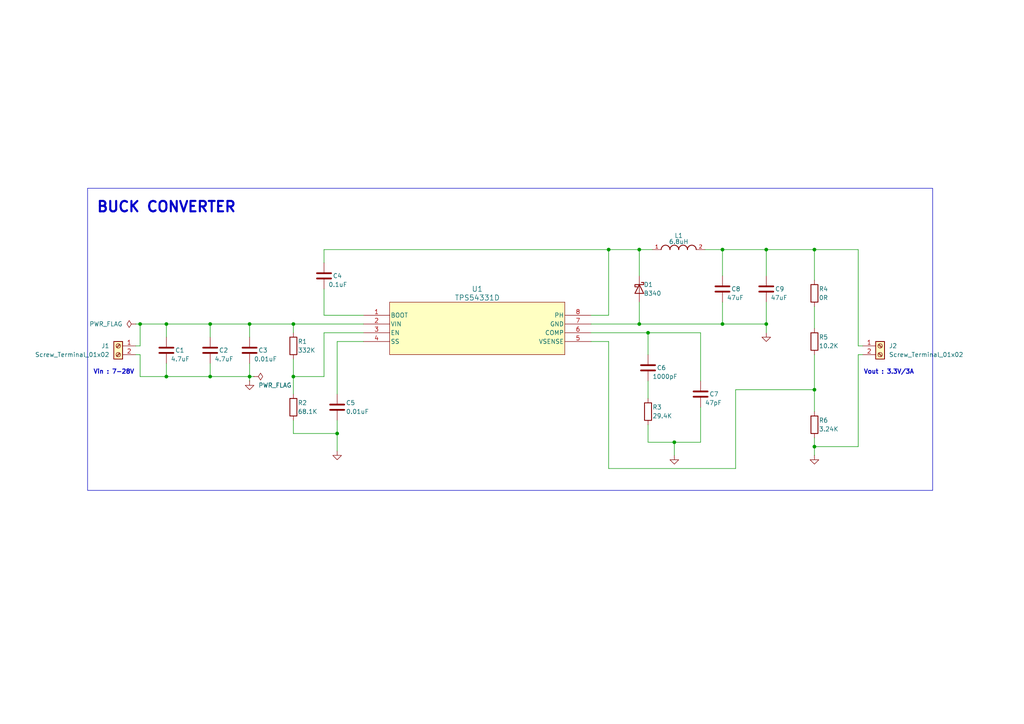
<source format=kicad_sch>
(kicad_sch
	(version 20250114)
	(generator "eeschema")
	(generator_version "9.0")
	(uuid "f1168c96-885c-4078-8c4b-8faef414cd10")
	(paper "A4")
	(lib_symbols
		(symbol "Connector:Screw_Terminal_01x02"
			(pin_names
				(offset 1.016)
				(hide yes)
			)
			(exclude_from_sim no)
			(in_bom yes)
			(on_board yes)
			(property "Reference" "J"
				(at 0 2.54 0)
				(effects
					(font
						(size 1.27 1.27)
					)
				)
			)
			(property "Value" "Screw_Terminal_01x02"
				(at 0 -5.08 0)
				(effects
					(font
						(size 1.27 1.27)
					)
				)
			)
			(property "Footprint" ""
				(at 0 0 0)
				(effects
					(font
						(size 1.27 1.27)
					)
					(hide yes)
				)
			)
			(property "Datasheet" "~"
				(at 0 0 0)
				(effects
					(font
						(size 1.27 1.27)
					)
					(hide yes)
				)
			)
			(property "Description" "Generic screw terminal, single row, 01x02, script generated (kicad-library-utils/schlib/autogen/connector/)"
				(at 0 0 0)
				(effects
					(font
						(size 1.27 1.27)
					)
					(hide yes)
				)
			)
			(property "ki_keywords" "screw terminal"
				(at 0 0 0)
				(effects
					(font
						(size 1.27 1.27)
					)
					(hide yes)
				)
			)
			(property "ki_fp_filters" "TerminalBlock*:*"
				(at 0 0 0)
				(effects
					(font
						(size 1.27 1.27)
					)
					(hide yes)
				)
			)
			(symbol "Screw_Terminal_01x02_1_1"
				(rectangle
					(start -1.27 1.27)
					(end 1.27 -3.81)
					(stroke
						(width 0.254)
						(type default)
					)
					(fill
						(type background)
					)
				)
				(polyline
					(pts
						(xy -0.5334 0.3302) (xy 0.3302 -0.508)
					)
					(stroke
						(width 0.1524)
						(type default)
					)
					(fill
						(type none)
					)
				)
				(polyline
					(pts
						(xy -0.5334 -2.2098) (xy 0.3302 -3.048)
					)
					(stroke
						(width 0.1524)
						(type default)
					)
					(fill
						(type none)
					)
				)
				(polyline
					(pts
						(xy -0.3556 0.508) (xy 0.508 -0.3302)
					)
					(stroke
						(width 0.1524)
						(type default)
					)
					(fill
						(type none)
					)
				)
				(polyline
					(pts
						(xy -0.3556 -2.032) (xy 0.508 -2.8702)
					)
					(stroke
						(width 0.1524)
						(type default)
					)
					(fill
						(type none)
					)
				)
				(circle
					(center 0 0)
					(radius 0.635)
					(stroke
						(width 0.1524)
						(type default)
					)
					(fill
						(type none)
					)
				)
				(circle
					(center 0 -2.54)
					(radius 0.635)
					(stroke
						(width 0.1524)
						(type default)
					)
					(fill
						(type none)
					)
				)
				(pin passive line
					(at -5.08 0 0)
					(length 3.81)
					(name "Pin_1"
						(effects
							(font
								(size 1.27 1.27)
							)
						)
					)
					(number "1"
						(effects
							(font
								(size 1.27 1.27)
							)
						)
					)
				)
				(pin passive line
					(at -5.08 -2.54 0)
					(length 3.81)
					(name "Pin_2"
						(effects
							(font
								(size 1.27 1.27)
							)
						)
					)
					(number "2"
						(effects
							(font
								(size 1.27 1.27)
							)
						)
					)
				)
			)
			(embedded_fonts no)
		)
		(symbol "Device:C"
			(pin_numbers
				(hide yes)
			)
			(pin_names
				(offset 0.254)
			)
			(exclude_from_sim no)
			(in_bom yes)
			(on_board yes)
			(property "Reference" "C"
				(at 0.635 2.54 0)
				(effects
					(font
						(size 1.27 1.27)
					)
					(justify left)
				)
			)
			(property "Value" "C"
				(at 0.635 -2.54 0)
				(effects
					(font
						(size 1.27 1.27)
					)
					(justify left)
				)
			)
			(property "Footprint" ""
				(at 0.9652 -3.81 0)
				(effects
					(font
						(size 1.27 1.27)
					)
					(hide yes)
				)
			)
			(property "Datasheet" "~"
				(at 0 0 0)
				(effects
					(font
						(size 1.27 1.27)
					)
					(hide yes)
				)
			)
			(property "Description" "Unpolarized capacitor"
				(at 0 0 0)
				(effects
					(font
						(size 1.27 1.27)
					)
					(hide yes)
				)
			)
			(property "ki_keywords" "cap capacitor"
				(at 0 0 0)
				(effects
					(font
						(size 1.27 1.27)
					)
					(hide yes)
				)
			)
			(property "ki_fp_filters" "C_*"
				(at 0 0 0)
				(effects
					(font
						(size 1.27 1.27)
					)
					(hide yes)
				)
			)
			(symbol "C_0_1"
				(polyline
					(pts
						(xy -2.032 0.762) (xy 2.032 0.762)
					)
					(stroke
						(width 0.508)
						(type default)
					)
					(fill
						(type none)
					)
				)
				(polyline
					(pts
						(xy -2.032 -0.762) (xy 2.032 -0.762)
					)
					(stroke
						(width 0.508)
						(type default)
					)
					(fill
						(type none)
					)
				)
			)
			(symbol "C_1_1"
				(pin passive line
					(at 0 3.81 270)
					(length 2.794)
					(name "~"
						(effects
							(font
								(size 1.27 1.27)
							)
						)
					)
					(number "1"
						(effects
							(font
								(size 1.27 1.27)
							)
						)
					)
				)
				(pin passive line
					(at 0 -3.81 90)
					(length 2.794)
					(name "~"
						(effects
							(font
								(size 1.27 1.27)
							)
						)
					)
					(number "2"
						(effects
							(font
								(size 1.27 1.27)
							)
						)
					)
				)
			)
			(embedded_fonts no)
		)
		(symbol "Device:R"
			(pin_numbers
				(hide yes)
			)
			(pin_names
				(offset 0)
			)
			(exclude_from_sim no)
			(in_bom yes)
			(on_board yes)
			(property "Reference" "R"
				(at 2.032 0 90)
				(effects
					(font
						(size 1.27 1.27)
					)
				)
			)
			(property "Value" "R"
				(at 0 0 90)
				(effects
					(font
						(size 1.27 1.27)
					)
				)
			)
			(property "Footprint" ""
				(at -1.778 0 90)
				(effects
					(font
						(size 1.27 1.27)
					)
					(hide yes)
				)
			)
			(property "Datasheet" "~"
				(at 0 0 0)
				(effects
					(font
						(size 1.27 1.27)
					)
					(hide yes)
				)
			)
			(property "Description" "Resistor"
				(at 0 0 0)
				(effects
					(font
						(size 1.27 1.27)
					)
					(hide yes)
				)
			)
			(property "ki_keywords" "R res resistor"
				(at 0 0 0)
				(effects
					(font
						(size 1.27 1.27)
					)
					(hide yes)
				)
			)
			(property "ki_fp_filters" "R_*"
				(at 0 0 0)
				(effects
					(font
						(size 1.27 1.27)
					)
					(hide yes)
				)
			)
			(symbol "R_0_1"
				(rectangle
					(start -1.016 -2.54)
					(end 1.016 2.54)
					(stroke
						(width 0.254)
						(type default)
					)
					(fill
						(type none)
					)
				)
			)
			(symbol "R_1_1"
				(pin passive line
					(at 0 3.81 270)
					(length 1.27)
					(name "~"
						(effects
							(font
								(size 1.27 1.27)
							)
						)
					)
					(number "1"
						(effects
							(font
								(size 1.27 1.27)
							)
						)
					)
				)
				(pin passive line
					(at 0 -3.81 90)
					(length 1.27)
					(name "~"
						(effects
							(font
								(size 1.27 1.27)
							)
						)
					)
					(number "2"
						(effects
							(font
								(size 1.27 1.27)
							)
						)
					)
				)
			)
			(embedded_fonts no)
		)
		(symbol "Diode:B340"
			(pin_numbers
				(hide yes)
			)
			(pin_names
				(offset 1.016)
				(hide yes)
			)
			(exclude_from_sim no)
			(in_bom yes)
			(on_board yes)
			(property "Reference" "D"
				(at 0 2.54 0)
				(effects
					(font
						(size 1.27 1.27)
					)
				)
			)
			(property "Value" "B340"
				(at 0 -2.54 0)
				(effects
					(font
						(size 1.27 1.27)
					)
				)
			)
			(property "Footprint" "Diode_SMD:D_SMC"
				(at 0 -4.445 0)
				(effects
					(font
						(size 1.27 1.27)
					)
					(hide yes)
				)
			)
			(property "Datasheet" "http://www.jameco.com/Jameco/Products/ProdDS/1538777.pdf"
				(at 0 0 0)
				(effects
					(font
						(size 1.27 1.27)
					)
					(hide yes)
				)
			)
			(property "Description" "40V 3A Schottky Barrier Rectifier Diode, SMC"
				(at 0 0 0)
				(effects
					(font
						(size 1.27 1.27)
					)
					(hide yes)
				)
			)
			(property "ki_keywords" "diode Schottky"
				(at 0 0 0)
				(effects
					(font
						(size 1.27 1.27)
					)
					(hide yes)
				)
			)
			(property "ki_fp_filters" "D*SMC*"
				(at 0 0 0)
				(effects
					(font
						(size 1.27 1.27)
					)
					(hide yes)
				)
			)
			(symbol "B340_0_1"
				(polyline
					(pts
						(xy -1.905 0.635) (xy -1.905 1.27) (xy -1.27 1.27) (xy -1.27 -1.27) (xy -0.635 -1.27) (xy -0.635 -0.635)
					)
					(stroke
						(width 0.254)
						(type default)
					)
					(fill
						(type none)
					)
				)
				(polyline
					(pts
						(xy 1.27 1.27) (xy 1.27 -1.27) (xy -1.27 0) (xy 1.27 1.27)
					)
					(stroke
						(width 0.254)
						(type default)
					)
					(fill
						(type none)
					)
				)
				(polyline
					(pts
						(xy 1.27 0) (xy -1.27 0)
					)
					(stroke
						(width 0)
						(type default)
					)
					(fill
						(type none)
					)
				)
			)
			(symbol "B340_1_1"
				(pin passive line
					(at -3.81 0 0)
					(length 2.54)
					(name "K"
						(effects
							(font
								(size 1.27 1.27)
							)
						)
					)
					(number "1"
						(effects
							(font
								(size 1.27 1.27)
							)
						)
					)
				)
				(pin passive line
					(at 3.81 0 180)
					(length 2.54)
					(name "A"
						(effects
							(font
								(size 1.27 1.27)
							)
						)
					)
					(number "2"
						(effects
							(font
								(size 1.27 1.27)
							)
						)
					)
				)
			)
			(embedded_fonts no)
		)
		(symbol "LQW04AN6N2C00D:LQW04AN6N2C00D"
			(pin_names
				(offset 1.016)
			)
			(exclude_from_sim no)
			(in_bom yes)
			(on_board yes)
			(property "Reference" "L"
				(at -7.62 5.08 0)
				(effects
					(font
						(size 1.27 1.27)
					)
					(justify left bottom)
				)
			)
			(property "Value" "LQW04AN6N2C00D"
				(at -7.62 2.54 0)
				(effects
					(font
						(size 1.27 1.27)
					)
					(justify left bottom)
				)
			)
			(property "Footprint" "LQW04AN6N2C00D:INDC0804X45N"
				(at 0 0 0)
				(effects
					(font
						(size 1.27 1.27)
					)
					(justify bottom)
					(hide yes)
				)
			)
			(property "Datasheet" ""
				(at 0 0 0)
				(effects
					(font
						(size 1.27 1.27)
					)
					(hide yes)
				)
			)
			(property "Description" ""
				(at 0 0 0)
				(effects
					(font
						(size 1.27 1.27)
					)
					(hide yes)
				)
			)
			(property "MF" "Murata"
				(at 0 0 0)
				(effects
					(font
						(size 1.27 1.27)
					)
					(justify bottom)
					(hide yes)
				)
			)
			(property "Description_1" "\n                        \n                            Inductor with Inductance: 6.2nH Tol. +/-0.2nH, Package: 03015 (0804)\n                        \n"
				(at 0 0 0)
				(effects
					(font
						(size 1.27 1.27)
					)
					(justify bottom)
					(hide yes)
				)
			)
			(property "Package" "0804 Murata"
				(at 0 0 0)
				(effects
					(font
						(size 1.27 1.27)
					)
					(justify bottom)
					(hide yes)
				)
			)
			(property "Price" "None"
				(at 0 0 0)
				(effects
					(font
						(size 1.27 1.27)
					)
					(justify bottom)
					(hide yes)
				)
			)
			(property "SnapEDA_Link" "https://www.snapeda.com/parts/LQW04AN6N2C00D/Murata/view-part/?ref=snap"
				(at 0 0 0)
				(effects
					(font
						(size 1.27 1.27)
					)
					(justify bottom)
					(hide yes)
				)
			)
			(property "MP" "LQW04AN6N2C00D"
				(at 0 0 0)
				(effects
					(font
						(size 1.27 1.27)
					)
					(justify bottom)
					(hide yes)
				)
			)
			(property "Availability" "In Stock"
				(at 0 0 0)
				(effects
					(font
						(size 1.27 1.27)
					)
					(justify bottom)
					(hide yes)
				)
			)
			(property "Check_prices" "https://www.snapeda.com/parts/LQW04AN6N2C00D/Murata/view-part/?ref=eda"
				(at 0 0 0)
				(effects
					(font
						(size 1.27 1.27)
					)
					(justify bottom)
					(hide yes)
				)
			)
			(symbol "LQW04AN6N2C00D_0_0"
				(arc
					(start -5.08 0)
					(mid -3.81 1.2645)
					(end -2.54 0)
					(stroke
						(width 0.254)
						(type default)
					)
					(fill
						(type none)
					)
				)
				(arc
					(start -2.54 0)
					(mid -1.27 1.2645)
					(end 0 0)
					(stroke
						(width 0.254)
						(type default)
					)
					(fill
						(type none)
					)
				)
				(arc
					(start 0 0)
					(mid 1.27 1.2645)
					(end 2.54 0)
					(stroke
						(width 0.254)
						(type default)
					)
					(fill
						(type none)
					)
				)
				(arc
					(start 2.54 0)
					(mid 3.81 1.2645)
					(end 5.08 0)
					(stroke
						(width 0.254)
						(type default)
					)
					(fill
						(type none)
					)
				)
				(pin passive line
					(at -7.62 0 0)
					(length 2.54)
					(name "~"
						(effects
							(font
								(size 1.016 1.016)
							)
						)
					)
					(number "1"
						(effects
							(font
								(size 1.016 1.016)
							)
						)
					)
				)
				(pin passive line
					(at 7.62 0 180)
					(length 2.54)
					(name "~"
						(effects
							(font
								(size 1.016 1.016)
							)
						)
					)
					(number "2"
						(effects
							(font
								(size 1.016 1.016)
							)
						)
					)
				)
			)
			(embedded_fonts no)
		)
		(symbol "TPS54331D:TPS54331D"
			(pin_names
				(offset 0.254)
			)
			(exclude_from_sim no)
			(in_bom yes)
			(on_board yes)
			(property "Reference" "U1"
				(at 33.02 8.89 0)
				(effects
					(font
						(size 1.524 1.524)
					)
				)
			)
			(property "Value" "TPS54331D"
				(at 33.02 6.35 0)
				(effects
					(font
						(size 1.524 1.524)
					)
				)
			)
			(property "Footprint" "Package_SO:SOIC-8_5.23x5.23mm_P1.27mm"
				(at 0 0 0)
				(effects
					(font
						(size 1.27 1.27)
						(italic yes)
					)
					(hide yes)
				)
			)
			(property "Datasheet" "TPS54331D"
				(at 0 0 0)
				(effects
					(font
						(size 1.27 1.27)
						(italic yes)
					)
					(hide yes)
				)
			)
			(property "Description" ""
				(at 0 0 0)
				(effects
					(font
						(size 1.27 1.27)
					)
					(hide yes)
				)
			)
			(property "ki_locked" ""
				(at 0 0 0)
				(effects
					(font
						(size 1.27 1.27)
					)
				)
			)
			(property "ki_keywords" "TPS54331D"
				(at 0 0 0)
				(effects
					(font
						(size 1.27 1.27)
					)
					(hide yes)
				)
			)
			(property "ki_fp_filters" "D8 D8-M D8-L"
				(at 0 0 0)
				(effects
					(font
						(size 1.27 1.27)
					)
					(hide yes)
				)
			)
			(symbol "TPS54331D_0_1"
				(pin unspecified line
					(at 0 0 0)
					(length 7.62)
					(name "BOOT"
						(effects
							(font
								(size 1.27 1.27)
							)
						)
					)
					(number "1"
						(effects
							(font
								(size 1.27 1.27)
							)
						)
					)
				)
				(pin input line
					(at 0 -2.54 0)
					(length 7.62)
					(name "VIN"
						(effects
							(font
								(size 1.27 1.27)
							)
						)
					)
					(number "2"
						(effects
							(font
								(size 1.27 1.27)
							)
						)
					)
				)
				(pin unspecified line
					(at 0 -5.08 0)
					(length 7.62)
					(name "EN"
						(effects
							(font
								(size 1.27 1.27)
							)
						)
					)
					(number "3"
						(effects
							(font
								(size 1.27 1.27)
							)
						)
					)
				)
				(pin unspecified line
					(at 0 -7.62 0)
					(length 7.62)
					(name "SS"
						(effects
							(font
								(size 1.27 1.27)
							)
						)
					)
					(number "4"
						(effects
							(font
								(size 1.27 1.27)
							)
						)
					)
				)
				(pin power_in line
					(at 66.04 0 180)
					(length 7.62)
					(name "PH"
						(effects
							(font
								(size 1.27 1.27)
							)
						)
					)
					(number "8"
						(effects
							(font
								(size 1.27 1.27)
							)
						)
					)
				)
				(pin power_in line
					(at 66.04 -2.54 180)
					(length 7.62)
					(name "GND"
						(effects
							(font
								(size 1.27 1.27)
							)
						)
					)
					(number "7"
						(effects
							(font
								(size 1.27 1.27)
							)
						)
					)
				)
				(pin output line
					(at 66.04 -5.08 180)
					(length 7.62)
					(name "COMP"
						(effects
							(font
								(size 1.27 1.27)
							)
						)
					)
					(number "6"
						(effects
							(font
								(size 1.27 1.27)
							)
						)
					)
				)
				(pin unspecified line
					(at 66.04 -7.62 180)
					(length 7.62)
					(name "VSENSE"
						(effects
							(font
								(size 1.27 1.27)
							)
						)
					)
					(number "5"
						(effects
							(font
								(size 1.27 1.27)
							)
						)
					)
				)
			)
			(symbol "TPS54331D_1_1"
				(rectangle
					(start 7.62 3.81)
					(end 58.42 -11.43)
					(stroke
						(width 0)
						(type default)
					)
					(fill
						(type color)
						(color 255 255 194 1)
					)
				)
			)
			(embedded_fonts no)
		)
		(symbol "power:GND"
			(power)
			(pin_numbers
				(hide yes)
			)
			(pin_names
				(offset 0)
				(hide yes)
			)
			(exclude_from_sim no)
			(in_bom yes)
			(on_board yes)
			(property "Reference" "#PWR"
				(at 0 -6.35 0)
				(effects
					(font
						(size 1.27 1.27)
					)
					(hide yes)
				)
			)
			(property "Value" "GND"
				(at 0 -3.81 0)
				(effects
					(font
						(size 1.27 1.27)
					)
				)
			)
			(property "Footprint" ""
				(at 0 0 0)
				(effects
					(font
						(size 1.27 1.27)
					)
					(hide yes)
				)
			)
			(property "Datasheet" ""
				(at 0 0 0)
				(effects
					(font
						(size 1.27 1.27)
					)
					(hide yes)
				)
			)
			(property "Description" "Power symbol creates a global label with name \"GND\" , ground"
				(at 0 0 0)
				(effects
					(font
						(size 1.27 1.27)
					)
					(hide yes)
				)
			)
			(property "ki_keywords" "global power"
				(at 0 0 0)
				(effects
					(font
						(size 1.27 1.27)
					)
					(hide yes)
				)
			)
			(symbol "GND_0_1"
				(polyline
					(pts
						(xy 0 0) (xy 0 -1.27) (xy 1.27 -1.27) (xy 0 -2.54) (xy -1.27 -1.27) (xy 0 -1.27)
					)
					(stroke
						(width 0)
						(type default)
					)
					(fill
						(type none)
					)
				)
			)
			(symbol "GND_1_1"
				(pin power_in line
					(at 0 0 270)
					(length 0)
					(name "~"
						(effects
							(font
								(size 1.27 1.27)
							)
						)
					)
					(number "1"
						(effects
							(font
								(size 1.27 1.27)
							)
						)
					)
				)
			)
			(embedded_fonts no)
		)
		(symbol "power:PWR_FLAG"
			(power)
			(pin_numbers
				(hide yes)
			)
			(pin_names
				(offset 0)
				(hide yes)
			)
			(exclude_from_sim no)
			(in_bom yes)
			(on_board yes)
			(property "Reference" "#FLG"
				(at 0 1.905 0)
				(effects
					(font
						(size 1.27 1.27)
					)
					(hide yes)
				)
			)
			(property "Value" "PWR_FLAG"
				(at 0 3.81 0)
				(effects
					(font
						(size 1.27 1.27)
					)
				)
			)
			(property "Footprint" ""
				(at 0 0 0)
				(effects
					(font
						(size 1.27 1.27)
					)
					(hide yes)
				)
			)
			(property "Datasheet" "~"
				(at 0 0 0)
				(effects
					(font
						(size 1.27 1.27)
					)
					(hide yes)
				)
			)
			(property "Description" "Special symbol for telling ERC where power comes from"
				(at 0 0 0)
				(effects
					(font
						(size 1.27 1.27)
					)
					(hide yes)
				)
			)
			(property "ki_keywords" "flag power"
				(at 0 0 0)
				(effects
					(font
						(size 1.27 1.27)
					)
					(hide yes)
				)
			)
			(symbol "PWR_FLAG_0_0"
				(pin power_out line
					(at 0 0 90)
					(length 0)
					(name "~"
						(effects
							(font
								(size 1.27 1.27)
							)
						)
					)
					(number "1"
						(effects
							(font
								(size 1.27 1.27)
							)
						)
					)
				)
			)
			(symbol "PWR_FLAG_0_1"
				(polyline
					(pts
						(xy 0 0) (xy 0 1.27) (xy -1.016 1.905) (xy 0 2.54) (xy 1.016 1.905) (xy 0 1.27)
					)
					(stroke
						(width 0)
						(type default)
					)
					(fill
						(type none)
					)
				)
			)
			(embedded_fonts no)
		)
	)
	(rectangle
		(start 25.4 54.61)
		(end 270.51 142.24)
		(stroke
			(width 0)
			(type default)
		)
		(fill
			(type none)
		)
		(uuid 8122bdb8-e58f-4c8d-918c-cbf81a653872)
	)
	(text "Vout : 3.3V/3A"
		(exclude_from_sim no)
		(at 257.81 107.95 0)
		(effects
			(font
				(size 1.27 1.27)
				(thickness 0.254)
				(bold yes)
			)
		)
		(uuid "22450596-5f29-406a-95ef-5609f055e51a")
	)
	(text "Vin : 7-28V"
		(exclude_from_sim no)
		(at 33.02 107.95 0)
		(effects
			(font
				(size 1.27 1.27)
				(thickness 0.254)
				(bold yes)
			)
		)
		(uuid "8369ceb9-9488-4dfe-80d1-7bde03feb5bc")
	)
	(text "BUCK CONVERTER"
		(exclude_from_sim no)
		(at 48.26 58.42 0)
		(effects
			(font
				(size 3 3)
				(thickness 0.6)
				(bold yes)
			)
			(justify top)
		)
		(uuid "adbddade-c402-4ef8-af6a-18509fce140c")
	)
	(junction
		(at 185.42 72.39)
		(diameter 0)
		(color 0 0 0 0)
		(uuid "2c7cb454-9de7-4396-90a0-392247718b46")
	)
	(junction
		(at 85.09 93.98)
		(diameter 0)
		(color 0 0 0 0)
		(uuid "31fcd3ac-8690-4470-969d-8789351a1807")
	)
	(junction
		(at 72.39 93.98)
		(diameter 0)
		(color 0 0 0 0)
		(uuid "37bdc6b8-e852-4ade-8e42-30e6573d8e0e")
	)
	(junction
		(at 85.09 109.22)
		(diameter 0)
		(color 0 0 0 0)
		(uuid "38b1b511-60cf-4b9c-a879-e5b4b487ddf2")
	)
	(junction
		(at 48.26 93.98)
		(diameter 0)
		(color 0 0 0 0)
		(uuid "420f873f-419b-49dd-81c3-4917d97e321b")
	)
	(junction
		(at 236.22 129.54)
		(diameter 0)
		(color 0 0 0 0)
		(uuid "5a84cbc8-4d55-4897-9e0d-11bdd5262285")
	)
	(junction
		(at 185.42 93.98)
		(diameter 0)
		(color 0 0 0 0)
		(uuid "5b57d222-8402-49e5-858d-34545ee58b9d")
	)
	(junction
		(at 209.55 72.39)
		(diameter 0)
		(color 0 0 0 0)
		(uuid "5db27ff9-c15f-463c-9fc5-0eab556ff851")
	)
	(junction
		(at 60.96 109.22)
		(diameter 0)
		(color 0 0 0 0)
		(uuid "6aaddd8f-5c9e-42e5-837c-ef277d89fe12")
	)
	(junction
		(at 176.53 72.39)
		(diameter 0)
		(color 0 0 0 0)
		(uuid "6b41c620-9623-4d66-8ece-999117b9cfd9")
	)
	(junction
		(at 222.25 93.98)
		(diameter 0)
		(color 0 0 0 0)
		(uuid "90a1fb12-7363-444e-8174-6854d9dcf6e6")
	)
	(junction
		(at 222.25 72.39)
		(diameter 0)
		(color 0 0 0 0)
		(uuid "b5a1e0c6-75e2-4360-9578-8f23ef2c1a41")
	)
	(junction
		(at 187.96 96.52)
		(diameter 0)
		(color 0 0 0 0)
		(uuid "c19becc8-dea4-43ab-86af-ef04c0c352b4")
	)
	(junction
		(at 209.55 93.98)
		(diameter 0)
		(color 0 0 0 0)
		(uuid "cf7377e1-d0e1-4b84-a4be-024027ac126a")
	)
	(junction
		(at 97.79 125.73)
		(diameter 0)
		(color 0 0 0 0)
		(uuid "dbdf39d6-4156-4cb1-9a2d-8cd662732194")
	)
	(junction
		(at 60.96 93.98)
		(diameter 0)
		(color 0 0 0 0)
		(uuid "e265206e-b0a6-440b-ba52-0369606f06e8")
	)
	(junction
		(at 40.64 93.98)
		(diameter 0)
		(color 0 0 0 0)
		(uuid "e77ea120-c6f1-4fdb-b185-2d7136a25a4c")
	)
	(junction
		(at 72.39 109.22)
		(diameter 0)
		(color 0 0 0 0)
		(uuid "e9c9ea10-657e-4f4e-8ab4-f21388c14ed1")
	)
	(junction
		(at 195.58 128.27)
		(diameter 0)
		(color 0 0 0 0)
		(uuid "eb99ce97-3f1c-4e88-9872-f5e9ef0e55dc")
	)
	(junction
		(at 236.22 113.03)
		(diameter 0)
		(color 0 0 0 0)
		(uuid "f21bdb3e-de1b-4b7f-aa11-6fca0f852ebf")
	)
	(junction
		(at 236.22 72.39)
		(diameter 0)
		(color 0 0 0 0)
		(uuid "fb900c20-8a61-424f-8f86-592a39308a3b")
	)
	(junction
		(at 48.26 109.22)
		(diameter 0)
		(color 0 0 0 0)
		(uuid "fd4b57f5-e26b-4dcd-818f-90c1c88dda7f")
	)
	(wire
		(pts
			(xy 209.55 93.98) (xy 222.25 93.98)
		)
		(stroke
			(width 0)
			(type default)
		)
		(uuid "04559bd3-3fb1-4d75-988c-e48a5efe487d")
	)
	(wire
		(pts
			(xy 236.22 127) (xy 236.22 129.54)
		)
		(stroke
			(width 0)
			(type default)
		)
		(uuid "064d5456-94df-4a12-8b0b-8ab29124946c")
	)
	(wire
		(pts
			(xy 39.37 100.33) (xy 40.64 100.33)
		)
		(stroke
			(width 0)
			(type default)
		)
		(uuid "07e727c8-2f95-4757-901f-88dde8976bce")
	)
	(wire
		(pts
			(xy 171.45 99.06) (xy 176.53 99.06)
		)
		(stroke
			(width 0)
			(type default)
		)
		(uuid "0aac20d8-cdd5-44bd-a8d3-9eb725b39553")
	)
	(wire
		(pts
			(xy 213.36 135.89) (xy 213.36 113.03)
		)
		(stroke
			(width 0)
			(type default)
		)
		(uuid "0af6e049-8fbc-431a-b6e6-941c856e6a0c")
	)
	(wire
		(pts
			(xy 60.96 93.98) (xy 72.39 93.98)
		)
		(stroke
			(width 0)
			(type default)
		)
		(uuid "11e2c08a-0662-4fd4-ad3f-99ba8c1efe1b")
	)
	(wire
		(pts
			(xy 222.25 87.63) (xy 222.25 93.98)
		)
		(stroke
			(width 0)
			(type default)
		)
		(uuid "1614a6c8-4922-4266-942d-8c97abe37ce0")
	)
	(wire
		(pts
			(xy 40.64 102.87) (xy 40.64 109.22)
		)
		(stroke
			(width 0)
			(type default)
		)
		(uuid "1ab46abe-f8c5-4ad7-81c4-8e7fe3c6591c")
	)
	(wire
		(pts
			(xy 48.26 93.98) (xy 48.26 97.79)
		)
		(stroke
			(width 0)
			(type default)
		)
		(uuid "1dc98a49-7b44-44e9-934f-7520117fce7e")
	)
	(wire
		(pts
			(xy 203.2 128.27) (xy 203.2 118.11)
		)
		(stroke
			(width 0)
			(type default)
		)
		(uuid "20728f77-3b51-4062-bf14-671f40588ba4")
	)
	(wire
		(pts
			(xy 203.2 96.52) (xy 203.2 110.49)
		)
		(stroke
			(width 0)
			(type default)
		)
		(uuid "2173b59d-5543-4727-a0eb-6367b0f6ae23")
	)
	(wire
		(pts
			(xy 248.92 72.39) (xy 236.22 72.39)
		)
		(stroke
			(width 0)
			(type default)
		)
		(uuid "22b2a147-9e53-47f5-a444-49b37874398f")
	)
	(wire
		(pts
			(xy 93.98 96.52) (xy 93.98 109.22)
		)
		(stroke
			(width 0)
			(type default)
		)
		(uuid "23be8e70-cebf-4eae-a910-f8847da0e9da")
	)
	(wire
		(pts
			(xy 185.42 87.63) (xy 185.42 93.98)
		)
		(stroke
			(width 0)
			(type default)
		)
		(uuid "27a12138-788f-44ae-8d35-2798b73dca57")
	)
	(wire
		(pts
			(xy 176.53 99.06) (xy 176.53 135.89)
		)
		(stroke
			(width 0)
			(type default)
		)
		(uuid "2e556b66-9862-42de-bf33-a48e7a281840")
	)
	(wire
		(pts
			(xy 105.41 96.52) (xy 93.98 96.52)
		)
		(stroke
			(width 0)
			(type default)
		)
		(uuid "31bb0319-1d0f-4018-8c2a-8df795dfd03b")
	)
	(wire
		(pts
			(xy 60.96 105.41) (xy 60.96 109.22)
		)
		(stroke
			(width 0)
			(type default)
		)
		(uuid "32bd52d3-4f2c-48eb-a4e6-598f46d8180d")
	)
	(wire
		(pts
			(xy 187.96 96.52) (xy 203.2 96.52)
		)
		(stroke
			(width 0)
			(type default)
		)
		(uuid "342cdb17-58cf-43d0-9c89-765ebbbb845c")
	)
	(wire
		(pts
			(xy 248.92 102.87) (xy 248.92 129.54)
		)
		(stroke
			(width 0)
			(type default)
		)
		(uuid "362fbc38-e71c-40fb-bb72-da4786c198ec")
	)
	(wire
		(pts
			(xy 209.55 87.63) (xy 209.55 93.98)
		)
		(stroke
			(width 0)
			(type default)
		)
		(uuid "3b80482f-8ab1-4c11-9dfa-a93c4dd4410e")
	)
	(wire
		(pts
			(xy 93.98 83.82) (xy 93.98 91.44)
		)
		(stroke
			(width 0)
			(type default)
		)
		(uuid "3de5d0b5-899b-4f43-9590-4db6aee663a0")
	)
	(wire
		(pts
			(xy 250.19 100.33) (xy 248.92 100.33)
		)
		(stroke
			(width 0)
			(type default)
		)
		(uuid "4000281b-0f94-4d65-a58d-be202f6c0ce3")
	)
	(wire
		(pts
			(xy 195.58 128.27) (xy 203.2 128.27)
		)
		(stroke
			(width 0)
			(type default)
		)
		(uuid "40582d42-6ece-4f66-b69c-30c54effde54")
	)
	(wire
		(pts
			(xy 187.96 96.52) (xy 187.96 102.87)
		)
		(stroke
			(width 0)
			(type default)
		)
		(uuid "41975718-72ab-46d5-9cf7-614e341039fe")
	)
	(wire
		(pts
			(xy 85.09 121.92) (xy 85.09 125.73)
		)
		(stroke
			(width 0)
			(type default)
		)
		(uuid "42a077e5-089c-45af-9c1b-2e68300fd7ec")
	)
	(wire
		(pts
			(xy 40.64 93.98) (xy 48.26 93.98)
		)
		(stroke
			(width 0)
			(type default)
		)
		(uuid "441bf22e-7731-4ea5-9810-0afcba0913d5")
	)
	(wire
		(pts
			(xy 39.37 93.98) (xy 40.64 93.98)
		)
		(stroke
			(width 0)
			(type default)
		)
		(uuid "4466f82e-784a-4d21-bd3e-e048576597ad")
	)
	(wire
		(pts
			(xy 248.92 129.54) (xy 236.22 129.54)
		)
		(stroke
			(width 0)
			(type default)
		)
		(uuid "495beb0a-2be8-4640-ae48-db5ed7c61305")
	)
	(wire
		(pts
			(xy 187.96 110.49) (xy 187.96 115.57)
		)
		(stroke
			(width 0)
			(type default)
		)
		(uuid "49b38389-d841-4b7d-b9d1-e1b3310ea983")
	)
	(wire
		(pts
			(xy 204.47 72.39) (xy 209.55 72.39)
		)
		(stroke
			(width 0)
			(type default)
		)
		(uuid "4d8a4115-343d-440b-a6f7-526640e5894a")
	)
	(wire
		(pts
			(xy 236.22 72.39) (xy 236.22 81.28)
		)
		(stroke
			(width 0)
			(type default)
		)
		(uuid "4ff2de0d-bd9d-4b60-9698-c3cda5616ad3")
	)
	(wire
		(pts
			(xy 185.42 72.39) (xy 189.23 72.39)
		)
		(stroke
			(width 0)
			(type default)
		)
		(uuid "5944595f-e6a5-41a5-a46c-f732f9f3dd38")
	)
	(wire
		(pts
			(xy 209.55 93.98) (xy 185.42 93.98)
		)
		(stroke
			(width 0)
			(type default)
		)
		(uuid "5b4adf75-ac30-4439-85c2-59afbbcf42a7")
	)
	(wire
		(pts
			(xy 72.39 109.22) (xy 60.96 109.22)
		)
		(stroke
			(width 0)
			(type default)
		)
		(uuid "5c1945a7-e4f8-438f-87a3-b03b1e283d87")
	)
	(wire
		(pts
			(xy 171.45 96.52) (xy 187.96 96.52)
		)
		(stroke
			(width 0)
			(type default)
		)
		(uuid "5e3a9ff5-4124-4516-8815-f846ef0d01a6")
	)
	(wire
		(pts
			(xy 176.53 135.89) (xy 213.36 135.89)
		)
		(stroke
			(width 0)
			(type default)
		)
		(uuid "5e3b371a-d7e1-4206-8bda-772226afd696")
	)
	(wire
		(pts
			(xy 97.79 125.73) (xy 97.79 130.81)
		)
		(stroke
			(width 0)
			(type default)
		)
		(uuid "60c159a2-34cd-4a9b-b5bb-bb454be5f3be")
	)
	(wire
		(pts
			(xy 176.53 72.39) (xy 185.42 72.39)
		)
		(stroke
			(width 0)
			(type default)
		)
		(uuid "638c94c5-b2ae-4bc3-92c4-85c6a836244e")
	)
	(wire
		(pts
			(xy 72.39 93.98) (xy 85.09 93.98)
		)
		(stroke
			(width 0)
			(type default)
		)
		(uuid "6647a99e-55af-42ad-ba16-aef9affd917f")
	)
	(wire
		(pts
			(xy 40.64 100.33) (xy 40.64 93.98)
		)
		(stroke
			(width 0)
			(type default)
		)
		(uuid "67c59f79-5e1d-43e8-9ef3-3f7d36574872")
	)
	(wire
		(pts
			(xy 93.98 109.22) (xy 85.09 109.22)
		)
		(stroke
			(width 0)
			(type default)
		)
		(uuid "6ec38ecc-5603-4ca3-9f2f-4ee701f7f8c2")
	)
	(wire
		(pts
			(xy 97.79 99.06) (xy 105.41 99.06)
		)
		(stroke
			(width 0)
			(type default)
		)
		(uuid "6ee2a137-cbf4-486f-bd3a-25851275b1fe")
	)
	(wire
		(pts
			(xy 176.53 72.39) (xy 176.53 91.44)
		)
		(stroke
			(width 0)
			(type default)
		)
		(uuid "71383a13-921a-4283-8b15-cb96df7252b1")
	)
	(wire
		(pts
			(xy 40.64 109.22) (xy 48.26 109.22)
		)
		(stroke
			(width 0)
			(type default)
		)
		(uuid "71b9b412-c323-40fe-b618-19a8839a472d")
	)
	(wire
		(pts
			(xy 97.79 121.92) (xy 97.79 125.73)
		)
		(stroke
			(width 0)
			(type default)
		)
		(uuid "725dce97-6e5b-42a5-aa10-3fd7c9addc88")
	)
	(wire
		(pts
			(xy 222.25 72.39) (xy 236.22 72.39)
		)
		(stroke
			(width 0)
			(type default)
		)
		(uuid "76e071bb-2020-4ca5-9dca-7afe16747fdc")
	)
	(wire
		(pts
			(xy 176.53 91.44) (xy 171.45 91.44)
		)
		(stroke
			(width 0)
			(type default)
		)
		(uuid "773de334-4dba-4966-8a6f-b3cc44ad2330")
	)
	(wire
		(pts
			(xy 85.09 93.98) (xy 85.09 96.52)
		)
		(stroke
			(width 0)
			(type default)
		)
		(uuid "8070fd8e-ec64-428c-83cf-01e1fee14879")
	)
	(wire
		(pts
			(xy 85.09 93.98) (xy 105.41 93.98)
		)
		(stroke
			(width 0)
			(type default)
		)
		(uuid "829f8483-0ab7-4e65-9a09-abae3a279064")
	)
	(wire
		(pts
			(xy 72.39 109.22) (xy 73.66 109.22)
		)
		(stroke
			(width 0)
			(type default)
		)
		(uuid "82a5e3cd-e835-44a4-a7e2-eb8c3ba7e9a7")
	)
	(wire
		(pts
			(xy 187.96 128.27) (xy 195.58 128.27)
		)
		(stroke
			(width 0)
			(type default)
		)
		(uuid "86b2d9ce-c427-492e-b3f5-1df065668a9e")
	)
	(wire
		(pts
			(xy 209.55 72.39) (xy 209.55 80.01)
		)
		(stroke
			(width 0)
			(type default)
		)
		(uuid "884ed2d0-84c0-4a2d-ac51-f67cbc2ee1e2")
	)
	(wire
		(pts
			(xy 85.09 104.14) (xy 85.09 109.22)
		)
		(stroke
			(width 0)
			(type default)
		)
		(uuid "8a2491d2-cc0b-470c-b808-6170b9378d21")
	)
	(wire
		(pts
			(xy 85.09 109.22) (xy 85.09 114.3)
		)
		(stroke
			(width 0)
			(type default)
		)
		(uuid "8d1c6953-1944-4ebe-bc92-95d11cf6cea4")
	)
	(wire
		(pts
			(xy 236.22 113.03) (xy 236.22 119.38)
		)
		(stroke
			(width 0)
			(type default)
		)
		(uuid "92a198b8-e894-422b-9bc2-52ce3ca62460")
	)
	(wire
		(pts
			(xy 60.96 93.98) (xy 60.96 97.79)
		)
		(stroke
			(width 0)
			(type default)
		)
		(uuid "9538af16-c568-4e56-a24f-53fc045bb133")
	)
	(wire
		(pts
			(xy 236.22 129.54) (xy 236.22 132.08)
		)
		(stroke
			(width 0)
			(type default)
		)
		(uuid "a105bcd6-4c91-4e8c-b188-54a19b9eff43")
	)
	(wire
		(pts
			(xy 97.79 99.06) (xy 97.79 114.3)
		)
		(stroke
			(width 0)
			(type default)
		)
		(uuid "aa25d62d-4e97-404b-87a1-c2e1942683e2")
	)
	(wire
		(pts
			(xy 48.26 109.22) (xy 60.96 109.22)
		)
		(stroke
			(width 0)
			(type default)
		)
		(uuid "aad67b15-bdda-4a27-8e41-b5d30953f4ea")
	)
	(wire
		(pts
			(xy 93.98 91.44) (xy 105.41 91.44)
		)
		(stroke
			(width 0)
			(type default)
		)
		(uuid "b111bcb7-e8b1-46f8-8fe1-106305dd4e56")
	)
	(wire
		(pts
			(xy 93.98 72.39) (xy 176.53 72.39)
		)
		(stroke
			(width 0)
			(type default)
		)
		(uuid "b58d3530-276a-47f5-9577-2a8211604c94")
	)
	(wire
		(pts
			(xy 171.45 93.98) (xy 185.42 93.98)
		)
		(stroke
			(width 0)
			(type default)
		)
		(uuid "b62caac6-576b-42a6-bff9-c7a311f5e4c2")
	)
	(wire
		(pts
			(xy 248.92 100.33) (xy 248.92 72.39)
		)
		(stroke
			(width 0)
			(type default)
		)
		(uuid "bbcd5ae2-b5ef-489f-be27-6f8a1375dccb")
	)
	(wire
		(pts
			(xy 48.26 109.22) (xy 48.26 105.41)
		)
		(stroke
			(width 0)
			(type default)
		)
		(uuid "c1aaf8a4-390a-40df-8f80-7cf09c6d5ca7")
	)
	(wire
		(pts
			(xy 93.98 76.2) (xy 93.98 72.39)
		)
		(stroke
			(width 0)
			(type default)
		)
		(uuid "cd02dbd8-75ac-4377-b5fb-c6eb85c688d5")
	)
	(wire
		(pts
			(xy 195.58 128.27) (xy 195.58 132.08)
		)
		(stroke
			(width 0)
			(type default)
		)
		(uuid "cf16871b-36f0-4270-a87d-7443321ee812")
	)
	(wire
		(pts
			(xy 213.36 113.03) (xy 236.22 113.03)
		)
		(stroke
			(width 0)
			(type default)
		)
		(uuid "da8b1c58-4c7a-43a8-b9e0-8d1aac1e66eb")
	)
	(wire
		(pts
			(xy 72.39 93.98) (xy 72.39 97.79)
		)
		(stroke
			(width 0)
			(type default)
		)
		(uuid "db589d09-78d7-465d-9193-5bb0b9c5062f")
	)
	(wire
		(pts
			(xy 72.39 109.22) (xy 72.39 110.49)
		)
		(stroke
			(width 0)
			(type default)
		)
		(uuid "dbb42fb4-bd1e-4606-bea0-cb7017364725")
	)
	(wire
		(pts
			(xy 222.25 72.39) (xy 222.25 80.01)
		)
		(stroke
			(width 0)
			(type default)
		)
		(uuid "dc15f65c-5487-407c-a616-76d8ac59a1a6")
	)
	(wire
		(pts
			(xy 85.09 125.73) (xy 97.79 125.73)
		)
		(stroke
			(width 0)
			(type default)
		)
		(uuid "df3103b3-95e8-47e3-aecd-f27d7f8ebfda")
	)
	(wire
		(pts
			(xy 222.25 93.98) (xy 222.25 96.52)
		)
		(stroke
			(width 0)
			(type default)
		)
		(uuid "dfb38c27-afc8-4708-8889-a3c3cae9151c")
	)
	(wire
		(pts
			(xy 236.22 88.9) (xy 236.22 95.25)
		)
		(stroke
			(width 0)
			(type default)
		)
		(uuid "e65d6691-fea3-4382-bb1d-3d0fb8387af5")
	)
	(wire
		(pts
			(xy 48.26 93.98) (xy 60.96 93.98)
		)
		(stroke
			(width 0)
			(type default)
		)
		(uuid "e8b71ee5-09d6-4cb4-8a56-c8f3923dbab6")
	)
	(wire
		(pts
			(xy 236.22 102.87) (xy 236.22 113.03)
		)
		(stroke
			(width 0)
			(type default)
		)
		(uuid "eb803c5e-6c49-4d2d-ab17-dedfb913118a")
	)
	(wire
		(pts
			(xy 39.37 102.87) (xy 40.64 102.87)
		)
		(stroke
			(width 0)
			(type default)
		)
		(uuid "f2d89d7a-6069-476c-99a3-18d31fec8bfb")
	)
	(wire
		(pts
			(xy 185.42 72.39) (xy 185.42 80.01)
		)
		(stroke
			(width 0)
			(type default)
		)
		(uuid "f49bde84-257f-4c1a-87c2-ba8fe788a3d6")
	)
	(wire
		(pts
			(xy 72.39 105.41) (xy 72.39 109.22)
		)
		(stroke
			(width 0)
			(type default)
		)
		(uuid "fc0d29d3-dee9-4adc-b3ef-8e368dae61b5")
	)
	(wire
		(pts
			(xy 209.55 72.39) (xy 222.25 72.39)
		)
		(stroke
			(width 0)
			(type default)
		)
		(uuid "fc7e67d2-bc40-4656-a445-84abe6a947a3")
	)
	(wire
		(pts
			(xy 187.96 123.19) (xy 187.96 128.27)
		)
		(stroke
			(width 0)
			(type default)
		)
		(uuid "fecc26bc-7648-4b68-b282-e50232f23cc8")
	)
	(wire
		(pts
			(xy 250.19 102.87) (xy 248.92 102.87)
		)
		(stroke
			(width 0)
			(type default)
		)
		(uuid "ffdb2c6c-6f10-41f7-a2d7-99edbd4244b0")
	)
	(symbol
		(lib_id "Device:R")
		(at 85.09 118.11 0)
		(unit 1)
		(exclude_from_sim no)
		(in_bom yes)
		(on_board yes)
		(dnp no)
		(uuid "090ac14f-8ae5-4316-b404-c72df11b0de3")
		(property "Reference" "R2"
			(at 86.36 116.84 0)
			(effects
				(font
					(size 1.27 1.27)
				)
				(justify left)
			)
		)
		(property "Value" "68.1K"
			(at 86.36 119.38 0)
			(effects
				(font
					(size 1.27 1.27)
				)
				(justify left)
			)
		)
		(property "Footprint" "Resistor_SMD:R_0805_2012Metric"
			(at 83.312 118.11 90)
			(effects
				(font
					(size 1.27 1.27)
				)
				(hide yes)
			)
		)
		(property "Datasheet" "~"
			(at 85.09 118.11 0)
			(effects
				(font
					(size 1.27 1.27)
				)
				(hide yes)
			)
		)
		(property "Description" "Resistor"
			(at 85.09 118.11 0)
			(effects
				(font
					(size 1.27 1.27)
				)
				(hide yes)
			)
		)
		(pin "1"
			(uuid "cd681575-1795-49cd-9525-16f232dcb64e")
		)
		(pin "2"
			(uuid "1e56f680-7167-4b25-ba9f-0e078586e884")
		)
		(instances
			(project "NewTPS"
				(path "/f1168c96-885c-4078-8c4b-8faef414cd10"
					(reference "R2")
					(unit 1)
				)
			)
		)
	)
	(symbol
		(lib_id "power:PWR_FLAG")
		(at 73.66 109.22 270)
		(unit 1)
		(exclude_from_sim no)
		(in_bom yes)
		(on_board yes)
		(dnp no)
		(uuid "09184aca-877a-4f0a-9d09-f76c83f57aaf")
		(property "Reference" "#FLG02"
			(at 75.565 109.22 0)
			(effects
				(font
					(size 1.27 1.27)
				)
				(hide yes)
			)
		)
		(property "Value" "PWR_FLAG"
			(at 74.93 111.76 90)
			(effects
				(font
					(size 1.27 1.27)
				)
				(justify left)
			)
		)
		(property "Footprint" ""
			(at 73.66 109.22 0)
			(effects
				(font
					(size 1.27 1.27)
				)
				(hide yes)
			)
		)
		(property "Datasheet" "~"
			(at 73.66 109.22 0)
			(effects
				(font
					(size 1.27 1.27)
				)
				(hide yes)
			)
		)
		(property "Description" "Special symbol for telling ERC where power comes from"
			(at 73.66 109.22 0)
			(effects
				(font
					(size 1.27 1.27)
				)
				(hide yes)
			)
		)
		(pin "1"
			(uuid "dc7634ec-ffba-4702-85b8-04267bfc03e7")
		)
		(instances
			(project "NewTPS"
				(path "/f1168c96-885c-4078-8c4b-8faef414cd10"
					(reference "#FLG02")
					(unit 1)
				)
			)
		)
	)
	(symbol
		(lib_id "power:GND")
		(at 236.22 132.08 0)
		(unit 1)
		(exclude_from_sim no)
		(in_bom yes)
		(on_board yes)
		(dnp no)
		(fields_autoplaced yes)
		(uuid "270ed47a-413c-4e15-869b-dca9234ea2e7")
		(property "Reference" "#PWR05"
			(at 236.22 138.43 0)
			(effects
				(font
					(size 1.27 1.27)
				)
				(hide yes)
			)
		)
		(property "Value" "GND"
			(at 236.22 137.16 0)
			(effects
				(font
					(size 1.27 1.27)
				)
				(hide yes)
			)
		)
		(property "Footprint" ""
			(at 236.22 132.08 0)
			(effects
				(font
					(size 1.27 1.27)
				)
				(hide yes)
			)
		)
		(property "Datasheet" ""
			(at 236.22 132.08 0)
			(effects
				(font
					(size 1.27 1.27)
				)
				(hide yes)
			)
		)
		(property "Description" "Power symbol creates a global label with name \"GND\" , ground"
			(at 236.22 132.08 0)
			(effects
				(font
					(size 1.27 1.27)
				)
				(hide yes)
			)
		)
		(pin "1"
			(uuid "ed709a52-e09e-4d32-a07b-0ebc0654d3d5")
		)
		(instances
			(project "NewTPS"
				(path "/f1168c96-885c-4078-8c4b-8faef414cd10"
					(reference "#PWR05")
					(unit 1)
				)
			)
		)
	)
	(symbol
		(lib_id "Device:R")
		(at 236.22 99.06 0)
		(unit 1)
		(exclude_from_sim no)
		(in_bom yes)
		(on_board yes)
		(dnp no)
		(uuid "382a1835-09a3-4308-b6ee-9faeed0fd4b6")
		(property "Reference" "R5"
			(at 237.49 97.79 0)
			(effects
				(font
					(size 1.27 1.27)
				)
				(justify left)
			)
		)
		(property "Value" "10.2K"
			(at 237.49 100.33 0)
			(effects
				(font
					(size 1.27 1.27)
				)
				(justify left)
			)
		)
		(property "Footprint" "Resistor_SMD:R_0805_2012Metric"
			(at 234.442 99.06 90)
			(effects
				(font
					(size 1.27 1.27)
				)
				(hide yes)
			)
		)
		(property "Datasheet" "~"
			(at 236.22 99.06 0)
			(effects
				(font
					(size 1.27 1.27)
				)
				(hide yes)
			)
		)
		(property "Description" "Resistor"
			(at 236.22 99.06 0)
			(effects
				(font
					(size 1.27 1.27)
				)
				(hide yes)
			)
		)
		(pin "1"
			(uuid "999ddee6-bd88-48c7-b2a6-a02e4e3e2698")
		)
		(pin "2"
			(uuid "30a53388-ec3c-4388-94f5-ff864039e3b3")
		)
		(instances
			(project "NewTPS"
				(path "/f1168c96-885c-4078-8c4b-8faef414cd10"
					(reference "R5")
					(unit 1)
				)
			)
		)
	)
	(symbol
		(lib_id "Device:C")
		(at 209.55 83.82 0)
		(unit 1)
		(exclude_from_sim no)
		(in_bom yes)
		(on_board yes)
		(dnp no)
		(uuid "3e01a33f-06e7-49f6-a85e-8f8472155e83")
		(property "Reference" "C8"
			(at 212.09 83.82 0)
			(effects
				(font
					(size 1.27 1.27)
				)
				(justify left)
			)
		)
		(property "Value" "47uF"
			(at 210.82 86.36 0)
			(effects
				(font
					(size 1.27 1.27)
				)
				(justify left)
			)
		)
		(property "Footprint" "Capacitor_SMD:C_0805_2012Metric"
			(at 210.5152 87.63 0)
			(effects
				(font
					(size 1.27 1.27)
				)
				(hide yes)
			)
		)
		(property "Datasheet" "~"
			(at 209.55 83.82 0)
			(effects
				(font
					(size 1.27 1.27)
				)
				(hide yes)
			)
		)
		(property "Description" "Unpolarized capacitor"
			(at 209.55 83.82 0)
			(effects
				(font
					(size 1.27 1.27)
				)
				(hide yes)
			)
		)
		(pin "1"
			(uuid "716edc60-d723-48f1-8ce8-defda1188299")
		)
		(pin "2"
			(uuid "e320efba-6cfd-4fc5-b4e9-c775cf3d12c4")
		)
		(instances
			(project "NewTPS"
				(path "/f1168c96-885c-4078-8c4b-8faef414cd10"
					(reference "C8")
					(unit 1)
				)
			)
		)
	)
	(symbol
		(lib_id "Device:R")
		(at 236.22 123.19 0)
		(unit 1)
		(exclude_from_sim no)
		(in_bom yes)
		(on_board yes)
		(dnp no)
		(uuid "479ec3af-bc78-42da-bea4-258a48b19811")
		(property "Reference" "R6"
			(at 237.49 121.92 0)
			(effects
				(font
					(size 1.27 1.27)
				)
				(justify left)
			)
		)
		(property "Value" "3.24K"
			(at 237.49 124.46 0)
			(effects
				(font
					(size 1.27 1.27)
				)
				(justify left)
			)
		)
		(property "Footprint" "Resistor_SMD:R_0805_2012Metric"
			(at 234.442 123.19 90)
			(effects
				(font
					(size 1.27 1.27)
				)
				(hide yes)
			)
		)
		(property "Datasheet" "~"
			(at 236.22 123.19 0)
			(effects
				(font
					(size 1.27 1.27)
				)
				(hide yes)
			)
		)
		(property "Description" "Resistor"
			(at 236.22 123.19 0)
			(effects
				(font
					(size 1.27 1.27)
				)
				(hide yes)
			)
		)
		(pin "1"
			(uuid "ed3b001c-35f8-42b5-be58-c378f9303239")
		)
		(pin "2"
			(uuid "0b3e58cb-0525-4a9c-ab52-cde5a20f9d3c")
		)
		(instances
			(project "NewTPS"
				(path "/f1168c96-885c-4078-8c4b-8faef414cd10"
					(reference "R6")
					(unit 1)
				)
			)
		)
	)
	(symbol
		(lib_id "Connector:Screw_Terminal_01x02")
		(at 34.29 100.33 0)
		(mirror y)
		(unit 1)
		(exclude_from_sim no)
		(in_bom yes)
		(on_board yes)
		(dnp no)
		(uuid "5326fb77-6f1a-4623-98ee-f8a69a1d7baf")
		(property "Reference" "J1"
			(at 31.75 100.3299 0)
			(effects
				(font
					(size 1.27 1.27)
				)
				(justify left)
			)
		)
		(property "Value" "Screw_Terminal_01x02"
			(at 31.75 102.8699 0)
			(effects
				(font
					(size 1.27 1.27)
				)
				(justify left)
			)
		)
		(property "Footprint" "TerminalBlock_Phoenix:TerminalBlock_Phoenix_MPT-0,5-2-2.54_1x02_P2.54mm_Horizontal"
			(at 34.29 100.33 0)
			(effects
				(font
					(size 1.27 1.27)
				)
				(hide yes)
			)
		)
		(property "Datasheet" "~"
			(at 34.29 100.33 0)
			(effects
				(font
					(size 1.27 1.27)
				)
				(hide yes)
			)
		)
		(property "Description" "Generic screw terminal, single row, 01x02, script generated (kicad-library-utils/schlib/autogen/connector/)"
			(at 34.29 100.33 0)
			(effects
				(font
					(size 1.27 1.27)
				)
				(hide yes)
			)
		)
		(pin "1"
			(uuid "eb348a07-3879-4361-92c8-76e3413bba83")
		)
		(pin "2"
			(uuid "cf968ff5-d6a8-4aa6-9499-72511896ba93")
		)
		(instances
			(project ""
				(path "/f1168c96-885c-4078-8c4b-8faef414cd10"
					(reference "J1")
					(unit 1)
				)
			)
		)
	)
	(symbol
		(lib_id "Device:C")
		(at 72.39 101.6 0)
		(unit 1)
		(exclude_from_sim no)
		(in_bom yes)
		(on_board yes)
		(dnp no)
		(uuid "5afcbe6a-b711-4318-8120-f249938b114a")
		(property "Reference" "C3"
			(at 74.93 101.6 0)
			(effects
				(font
					(size 1.27 1.27)
				)
				(justify left)
			)
		)
		(property "Value" "0.01uF"
			(at 73.66 104.14 0)
			(effects
				(font
					(size 1.27 1.27)
				)
				(justify left)
			)
		)
		(property "Footprint" "Capacitor_SMD:C_0805_2012Metric"
			(at 73.3552 105.41 0)
			(effects
				(font
					(size 1.27 1.27)
				)
				(hide yes)
			)
		)
		(property "Datasheet" "~"
			(at 72.39 101.6 0)
			(effects
				(font
					(size 1.27 1.27)
				)
				(hide yes)
			)
		)
		(property "Description" "Unpolarized capacitor"
			(at 72.39 101.6 0)
			(effects
				(font
					(size 1.27 1.27)
				)
				(hide yes)
			)
		)
		(pin "1"
			(uuid "7cb5bf1e-1b7e-4895-bada-987779ede32f")
		)
		(pin "2"
			(uuid "bd2dfe9a-cff4-49e4-b5e7-acb78c3787de")
		)
		(instances
			(project "NewTPS"
				(path "/f1168c96-885c-4078-8c4b-8faef414cd10"
					(reference "C3")
					(unit 1)
				)
			)
		)
	)
	(symbol
		(lib_id "power:GND")
		(at 72.39 110.49 0)
		(unit 1)
		(exclude_from_sim no)
		(in_bom yes)
		(on_board yes)
		(dnp no)
		(fields_autoplaced yes)
		(uuid "6c8e178c-cd28-4c2a-ba5d-1bc1c6461aad")
		(property "Reference" "#PWR01"
			(at 72.39 116.84 0)
			(effects
				(font
					(size 1.27 1.27)
				)
				(hide yes)
			)
		)
		(property "Value" "GND"
			(at 72.39 115.57 0)
			(effects
				(font
					(size 1.27 1.27)
				)
				(hide yes)
			)
		)
		(property "Footprint" ""
			(at 72.39 110.49 0)
			(effects
				(font
					(size 1.27 1.27)
				)
				(hide yes)
			)
		)
		(property "Datasheet" ""
			(at 72.39 110.49 0)
			(effects
				(font
					(size 1.27 1.27)
				)
				(hide yes)
			)
		)
		(property "Description" "Power symbol creates a global label with name \"GND\" , ground"
			(at 72.39 110.49 0)
			(effects
				(font
					(size 1.27 1.27)
				)
				(hide yes)
			)
		)
		(pin "1"
			(uuid "d60c30ac-6e69-4f05-b294-9816396f7d17")
		)
		(instances
			(project "NewTPS"
				(path "/f1168c96-885c-4078-8c4b-8faef414cd10"
					(reference "#PWR01")
					(unit 1)
				)
			)
		)
	)
	(symbol
		(lib_id "Device:C")
		(at 93.98 80.01 0)
		(unit 1)
		(exclude_from_sim no)
		(in_bom yes)
		(on_board yes)
		(dnp no)
		(uuid "6f894ca1-5755-4c1f-a376-0c5bcf7cbe5f")
		(property "Reference" "C4"
			(at 96.52 80.01 0)
			(effects
				(font
					(size 1.27 1.27)
				)
				(justify left)
			)
		)
		(property "Value" "0.1uF"
			(at 95.25 82.55 0)
			(effects
				(font
					(size 1.27 1.27)
				)
				(justify left)
			)
		)
		(property "Footprint" "Capacitor_SMD:C_0805_2012Metric"
			(at 94.9452 83.82 0)
			(effects
				(font
					(size 1.27 1.27)
				)
				(hide yes)
			)
		)
		(property "Datasheet" "~"
			(at 93.98 80.01 0)
			(effects
				(font
					(size 1.27 1.27)
				)
				(hide yes)
			)
		)
		(property "Description" "Unpolarized capacitor"
			(at 93.98 80.01 0)
			(effects
				(font
					(size 1.27 1.27)
				)
				(hide yes)
			)
		)
		(pin "1"
			(uuid "c42a29f9-33c6-4c38-ba55-cbad8fba2c86")
		)
		(pin "2"
			(uuid "3171bbd0-7df6-4f9b-b8e3-c2f570308a85")
		)
		(instances
			(project "NewTPS"
				(path "/f1168c96-885c-4078-8c4b-8faef414cd10"
					(reference "C4")
					(unit 1)
				)
			)
		)
	)
	(symbol
		(lib_id "power:GND")
		(at 222.25 96.52 0)
		(unit 1)
		(exclude_from_sim no)
		(in_bom yes)
		(on_board yes)
		(dnp no)
		(fields_autoplaced yes)
		(uuid "7bf8b49d-82d5-448e-aa1d-6781b7708a46")
		(property "Reference" "#PWR04"
			(at 222.25 102.87 0)
			(effects
				(font
					(size 1.27 1.27)
				)
				(hide yes)
			)
		)
		(property "Value" "GND"
			(at 222.25 101.6 0)
			(effects
				(font
					(size 1.27 1.27)
				)
				(hide yes)
			)
		)
		(property "Footprint" ""
			(at 222.25 96.52 0)
			(effects
				(font
					(size 1.27 1.27)
				)
				(hide yes)
			)
		)
		(property "Datasheet" ""
			(at 222.25 96.52 0)
			(effects
				(font
					(size 1.27 1.27)
				)
				(hide yes)
			)
		)
		(property "Description" "Power symbol creates a global label with name \"GND\" , ground"
			(at 222.25 96.52 0)
			(effects
				(font
					(size 1.27 1.27)
				)
				(hide yes)
			)
		)
		(pin "1"
			(uuid "33c19fdf-559c-446b-9846-c2d3285a4883")
		)
		(instances
			(project "NewTPS"
				(path "/f1168c96-885c-4078-8c4b-8faef414cd10"
					(reference "#PWR04")
					(unit 1)
				)
			)
		)
	)
	(symbol
		(lib_id "Device:C")
		(at 97.79 118.11 0)
		(unit 1)
		(exclude_from_sim no)
		(in_bom yes)
		(on_board yes)
		(dnp no)
		(uuid "813992ad-5969-4deb-9b8e-94520606524a")
		(property "Reference" "C5"
			(at 100.33 116.84 0)
			(effects
				(font
					(size 1.27 1.27)
				)
				(justify left)
			)
		)
		(property "Value" "0.01uF"
			(at 100.33 119.38 0)
			(effects
				(font
					(size 1.27 1.27)
				)
				(justify left)
			)
		)
		(property "Footprint" "Capacitor_SMD:C_0805_2012Metric"
			(at 98.7552 121.92 0)
			(effects
				(font
					(size 1.27 1.27)
				)
				(hide yes)
			)
		)
		(property "Datasheet" "~"
			(at 97.79 118.11 0)
			(effects
				(font
					(size 1.27 1.27)
				)
				(hide yes)
			)
		)
		(property "Description" "Unpolarized capacitor"
			(at 97.79 118.11 0)
			(effects
				(font
					(size 1.27 1.27)
				)
				(hide yes)
			)
		)
		(pin "1"
			(uuid "5884ec05-144e-4dac-9d40-0f4f19e17427")
		)
		(pin "2"
			(uuid "d9fe31a7-f3e2-465a-ba99-fd176ddea71f")
		)
		(instances
			(project "NewTPS"
				(path "/f1168c96-885c-4078-8c4b-8faef414cd10"
					(reference "C5")
					(unit 1)
				)
			)
		)
	)
	(symbol
		(lib_id "Diode:B340")
		(at 185.42 83.82 270)
		(unit 1)
		(exclude_from_sim no)
		(in_bom yes)
		(on_board yes)
		(dnp no)
		(uuid "83f4e0ff-a221-4ad9-bb70-1b96b0da9814")
		(property "Reference" "D1"
			(at 186.69 82.55 90)
			(effects
				(font
					(size 1.27 1.27)
				)
				(justify left)
			)
		)
		(property "Value" "B340"
			(at 186.69 85.09 90)
			(effects
				(font
					(size 1.27 1.27)
				)
				(justify left)
			)
		)
		(property "Footprint" "Diode_SMD:D_SMA"
			(at 180.975 83.82 0)
			(effects
				(font
					(size 1.27 1.27)
				)
				(hide yes)
			)
		)
		(property "Datasheet" "http://www.jameco.com/Jameco/Products/ProdDS/1538777.pdf"
			(at 185.42 83.82 0)
			(effects
				(font
					(size 1.27 1.27)
				)
				(hide yes)
			)
		)
		(property "Description" "40V 3A Schottky Barrier Rectifier Diode, SMC"
			(at 185.42 83.82 0)
			(effects
				(font
					(size 1.27 1.27)
				)
				(hide yes)
			)
		)
		(pin "1"
			(uuid "58e8b35f-dd0d-4962-b87f-77743fdf0b62")
		)
		(pin "2"
			(uuid "3d06de38-a571-459e-a0ac-710717e40204")
		)
		(instances
			(project "NewTPS"
				(path "/f1168c96-885c-4078-8c4b-8faef414cd10"
					(reference "D1")
					(unit 1)
				)
			)
		)
	)
	(symbol
		(lib_id "Device:R")
		(at 85.09 100.33 0)
		(unit 1)
		(exclude_from_sim no)
		(in_bom yes)
		(on_board yes)
		(dnp no)
		(uuid "8487a5b2-112c-449d-aa16-e1442b23e713")
		(property "Reference" "R1"
			(at 86.36 99.06 0)
			(effects
				(font
					(size 1.27 1.27)
				)
				(justify left)
			)
		)
		(property "Value" "332K"
			(at 86.36 101.6 0)
			(effects
				(font
					(size 1.27 1.27)
				)
				(justify left)
			)
		)
		(property "Footprint" "Resistor_SMD:R_0805_2012Metric"
			(at 83.312 100.33 90)
			(effects
				(font
					(size 1.27 1.27)
				)
				(hide yes)
			)
		)
		(property "Datasheet" "~"
			(at 85.09 100.33 0)
			(effects
				(font
					(size 1.27 1.27)
				)
				(hide yes)
			)
		)
		(property "Description" "Resistor"
			(at 85.09 100.33 0)
			(effects
				(font
					(size 1.27 1.27)
				)
				(hide yes)
			)
		)
		(pin "1"
			(uuid "0f1f2bee-957d-4843-889c-a6e218e94533")
		)
		(pin "2"
			(uuid "cce86a7c-fe08-4071-82fe-1907a41f0c1b")
		)
		(instances
			(project "NewTPS"
				(path "/f1168c96-885c-4078-8c4b-8faef414cd10"
					(reference "R1")
					(unit 1)
				)
			)
		)
	)
	(symbol
		(lib_id "Device:C")
		(at 222.25 83.82 0)
		(unit 1)
		(exclude_from_sim no)
		(in_bom yes)
		(on_board yes)
		(dnp no)
		(uuid "8a0b76f8-b0a5-4b0c-a68c-109f3629d801")
		(property "Reference" "C9"
			(at 224.79 83.82 0)
			(effects
				(font
					(size 1.27 1.27)
				)
				(justify left)
			)
		)
		(property "Value" "47uF"
			(at 223.52 86.36 0)
			(effects
				(font
					(size 1.27 1.27)
				)
				(justify left)
			)
		)
		(property "Footprint" "Capacitor_SMD:C_0805_2012Metric"
			(at 223.2152 87.63 0)
			(effects
				(font
					(size 1.27 1.27)
				)
				(hide yes)
			)
		)
		(property "Datasheet" "~"
			(at 222.25 83.82 0)
			(effects
				(font
					(size 1.27 1.27)
				)
				(hide yes)
			)
		)
		(property "Description" "Unpolarized capacitor"
			(at 222.25 83.82 0)
			(effects
				(font
					(size 1.27 1.27)
				)
				(hide yes)
			)
		)
		(pin "1"
			(uuid "4b196e7d-0500-4cfe-b049-11a2bede94d7")
		)
		(pin "2"
			(uuid "5ccc896a-9dbf-4a6f-aa49-1f33d399b48d")
		)
		(instances
			(project "NewTPS"
				(path "/f1168c96-885c-4078-8c4b-8faef414cd10"
					(reference "C9")
					(unit 1)
				)
			)
		)
	)
	(symbol
		(lib_id "Connector:Screw_Terminal_01x02")
		(at 255.27 100.33 0)
		(unit 1)
		(exclude_from_sim no)
		(in_bom yes)
		(on_board yes)
		(dnp no)
		(fields_autoplaced yes)
		(uuid "8acabb58-36c4-45ae-bff7-2039469c474e")
		(property "Reference" "J2"
			(at 257.81 100.3299 0)
			(effects
				(font
					(size 1.27 1.27)
				)
				(justify left)
			)
		)
		(property "Value" "Screw_Terminal_01x02"
			(at 257.81 102.8699 0)
			(effects
				(font
					(size 1.27 1.27)
				)
				(justify left)
			)
		)
		(property "Footprint" "TerminalBlock_Phoenix:TerminalBlock_Phoenix_MPT-0,5-2-2.54_1x02_P2.54mm_Horizontal"
			(at 255.27 100.33 0)
			(effects
				(font
					(size 1.27 1.27)
				)
				(hide yes)
			)
		)
		(property "Datasheet" "~"
			(at 255.27 100.33 0)
			(effects
				(font
					(size 1.27 1.27)
				)
				(hide yes)
			)
		)
		(property "Description" "Generic screw terminal, single row, 01x02, script generated (kicad-library-utils/schlib/autogen/connector/)"
			(at 255.27 100.33 0)
			(effects
				(font
					(size 1.27 1.27)
				)
				(hide yes)
			)
		)
		(pin "1"
			(uuid "694cd71e-68ac-48e8-8914-c91da55a4331")
		)
		(pin "2"
			(uuid "059fe111-436a-41f2-a3a1-02b969a24692")
		)
		(instances
			(project "NewTPS"
				(path "/f1168c96-885c-4078-8c4b-8faef414cd10"
					(reference "J2")
					(unit 1)
				)
			)
		)
	)
	(symbol
		(lib_id "power:PWR_FLAG")
		(at 39.37 93.98 90)
		(unit 1)
		(exclude_from_sim no)
		(in_bom yes)
		(on_board yes)
		(dnp no)
		(fields_autoplaced yes)
		(uuid "8d98b0fd-2cec-4482-a469-74c8473478b2")
		(property "Reference" "#FLG01"
			(at 37.465 93.98 0)
			(effects
				(font
					(size 1.27 1.27)
				)
				(hide yes)
			)
		)
		(property "Value" "PWR_FLAG"
			(at 35.56 93.9799 90)
			(effects
				(font
					(size 1.27 1.27)
				)
				(justify left)
			)
		)
		(property "Footprint" ""
			(at 39.37 93.98 0)
			(effects
				(font
					(size 1.27 1.27)
				)
				(hide yes)
			)
		)
		(property "Datasheet" "~"
			(at 39.37 93.98 0)
			(effects
				(font
					(size 1.27 1.27)
				)
				(hide yes)
			)
		)
		(property "Description" "Special symbol for telling ERC where power comes from"
			(at 39.37 93.98 0)
			(effects
				(font
					(size 1.27 1.27)
				)
				(hide yes)
			)
		)
		(pin "1"
			(uuid "56f40094-f1b0-4e13-bdb8-0a0aad633b68")
		)
		(instances
			(project "NewTPS"
				(path "/f1168c96-885c-4078-8c4b-8faef414cd10"
					(reference "#FLG01")
					(unit 1)
				)
			)
		)
	)
	(symbol
		(lib_id "power:GND")
		(at 97.79 130.81 0)
		(unit 1)
		(exclude_from_sim no)
		(in_bom yes)
		(on_board yes)
		(dnp no)
		(fields_autoplaced yes)
		(uuid "952b0292-ce4c-4503-b334-32ecb5de0b07")
		(property "Reference" "#PWR02"
			(at 97.79 137.16 0)
			(effects
				(font
					(size 1.27 1.27)
				)
				(hide yes)
			)
		)
		(property "Value" "GND"
			(at 97.79 135.89 0)
			(effects
				(font
					(size 1.27 1.27)
				)
				(hide yes)
			)
		)
		(property "Footprint" ""
			(at 97.79 130.81 0)
			(effects
				(font
					(size 1.27 1.27)
				)
				(hide yes)
			)
		)
		(property "Datasheet" ""
			(at 97.79 130.81 0)
			(effects
				(font
					(size 1.27 1.27)
				)
				(hide yes)
			)
		)
		(property "Description" "Power symbol creates a global label with name \"GND\" , ground"
			(at 97.79 130.81 0)
			(effects
				(font
					(size 1.27 1.27)
				)
				(hide yes)
			)
		)
		(pin "1"
			(uuid "176951f5-a601-489d-9fd4-972e0b1120bc")
		)
		(instances
			(project "NewTPS"
				(path "/f1168c96-885c-4078-8c4b-8faef414cd10"
					(reference "#PWR02")
					(unit 1)
				)
			)
		)
	)
	(symbol
		(lib_id "Device:R")
		(at 187.96 119.38 0)
		(unit 1)
		(exclude_from_sim no)
		(in_bom yes)
		(on_board yes)
		(dnp no)
		(uuid "9b82b76b-578d-4c29-9f3a-5b9e5393b03a")
		(property "Reference" "R3"
			(at 189.23 118.11 0)
			(effects
				(font
					(size 1.27 1.27)
				)
				(justify left)
			)
		)
		(property "Value" "29.4K"
			(at 189.23 120.65 0)
			(effects
				(font
					(size 1.27 1.27)
				)
				(justify left)
			)
		)
		(property "Footprint" "Resistor_SMD:R_0805_2012Metric"
			(at 186.182 119.38 90)
			(effects
				(font
					(size 1.27 1.27)
				)
				(hide yes)
			)
		)
		(property "Datasheet" "~"
			(at 187.96 119.38 0)
			(effects
				(font
					(size 1.27 1.27)
				)
				(hide yes)
			)
		)
		(property "Description" "Resistor"
			(at 187.96 119.38 0)
			(effects
				(font
					(size 1.27 1.27)
				)
				(hide yes)
			)
		)
		(pin "1"
			(uuid "51852ea4-42ae-40c1-a336-77f8d10637e6")
		)
		(pin "2"
			(uuid "9c52cb5f-ab3c-44e1-9b9d-4f85bf7573e5")
		)
		(instances
			(project "NewTPS"
				(path "/f1168c96-885c-4078-8c4b-8faef414cd10"
					(reference "R3")
					(unit 1)
				)
			)
		)
	)
	(symbol
		(lib_id "Device:C")
		(at 48.26 101.6 0)
		(unit 1)
		(exclude_from_sim no)
		(in_bom yes)
		(on_board yes)
		(dnp no)
		(uuid "c7d4138f-829b-4cd3-9082-7eabb68c7a71")
		(property "Reference" "C1"
			(at 50.8 101.6 0)
			(effects
				(font
					(size 1.27 1.27)
				)
				(justify left)
			)
		)
		(property "Value" "4.7uF"
			(at 49.53 104.14 0)
			(effects
				(font
					(size 1.27 1.27)
				)
				(justify left)
			)
		)
		(property "Footprint" "Capacitor_SMD:C_0805_2012Metric"
			(at 49.2252 105.41 0)
			(effects
				(font
					(size 1.27 1.27)
				)
				(hide yes)
			)
		)
		(property "Datasheet" "~"
			(at 48.26 101.6 0)
			(effects
				(font
					(size 1.27 1.27)
				)
				(hide yes)
			)
		)
		(property "Description" "Unpolarized capacitor"
			(at 48.26 101.6 0)
			(effects
				(font
					(size 1.27 1.27)
				)
				(hide yes)
			)
		)
		(pin "1"
			(uuid "0b8407e9-40e9-4ee1-91a9-60d5079d059e")
		)
		(pin "2"
			(uuid "4fe8a103-a0f8-421b-8aa9-99ee97fce7a4")
		)
		(instances
			(project "NewTPS"
				(path "/f1168c96-885c-4078-8c4b-8faef414cd10"
					(reference "C1")
					(unit 1)
				)
			)
		)
	)
	(symbol
		(lib_id "Device:C")
		(at 203.2 114.3 0)
		(unit 1)
		(exclude_from_sim no)
		(in_bom yes)
		(on_board yes)
		(dnp no)
		(uuid "ce0ea664-62be-47e1-a42e-5ed93792b882")
		(property "Reference" "C7"
			(at 205.74 114.3 0)
			(effects
				(font
					(size 1.27 1.27)
				)
				(justify left)
			)
		)
		(property "Value" "47pF"
			(at 204.47 116.84 0)
			(effects
				(font
					(size 1.27 1.27)
				)
				(justify left)
			)
		)
		(property "Footprint" "Capacitor_SMD:C_0805_2012Metric"
			(at 204.1652 118.11 0)
			(effects
				(font
					(size 1.27 1.27)
				)
				(hide yes)
			)
		)
		(property "Datasheet" "~"
			(at 203.2 114.3 0)
			(effects
				(font
					(size 1.27 1.27)
				)
				(hide yes)
			)
		)
		(property "Description" "Unpolarized capacitor"
			(at 203.2 114.3 0)
			(effects
				(font
					(size 1.27 1.27)
				)
				(hide yes)
			)
		)
		(pin "1"
			(uuid "8025c7d3-628c-4053-bcfa-ced85a7c908a")
		)
		(pin "2"
			(uuid "3f572717-dc9a-4533-8c18-cd2579fd5a38")
		)
		(instances
			(project "NewTPS"
				(path "/f1168c96-885c-4078-8c4b-8faef414cd10"
					(reference "C7")
					(unit 1)
				)
			)
		)
	)
	(symbol
		(lib_id "TPS54331D:TPS54331D")
		(at 105.41 91.44 0)
		(unit 1)
		(exclude_from_sim no)
		(in_bom yes)
		(on_board yes)
		(dnp no)
		(uuid "de6afca9-d2a2-43b5-a904-c90a16e6e45d")
		(property "Reference" "U1"
			(at 138.43 83.82 0)
			(effects
				(font
					(size 1.524 1.524)
				)
			)
		)
		(property "Value" "TPS54331D"
			(at 138.43 86.36 0)
			(effects
				(font
					(size 1.524 1.524)
				)
			)
		)
		(property "Footprint" "Package_SO:SOIC-8_5.23x5.23mm_P1.27mm"
			(at 105.41 91.44 0)
			(effects
				(font
					(size 1.27 1.27)
					(italic yes)
				)
				(hide yes)
			)
		)
		(property "Datasheet" "TPS54331D"
			(at 105.41 91.44 0)
			(effects
				(font
					(size 1.27 1.27)
					(italic yes)
				)
				(hide yes)
			)
		)
		(property "Description" ""
			(at 105.41 91.44 0)
			(effects
				(font
					(size 1.27 1.27)
				)
				(hide yes)
			)
		)
		(pin "7"
			(uuid "bf1b4291-0872-43d1-bf80-8b93804fc23c")
		)
		(pin "6"
			(uuid "d4ebc0ef-3b76-4712-8ca3-8d2be0427b34")
		)
		(pin "1"
			(uuid "eb65c0e6-d61f-4d1f-a60d-cb7cda387040")
		)
		(pin "4"
			(uuid "4f64a9a5-30de-4b5b-b3c2-fd5bf0a8c2e9")
		)
		(pin "2"
			(uuid "7f03b7f6-08d6-4665-88fb-e5dad146f6f4")
		)
		(pin "8"
			(uuid "7919dfff-5895-4947-9ee8-4a3fbfba5791")
		)
		(pin "3"
			(uuid "be615eec-3f14-432a-82c9-1ff35ac9592c")
		)
		(pin "5"
			(uuid "11ac38d7-59bf-46a8-822f-d626f4ae21d3")
		)
		(instances
			(project "NewTPS"
				(path "/f1168c96-885c-4078-8c4b-8faef414cd10"
					(reference "U1")
					(unit 1)
				)
			)
		)
	)
	(symbol
		(lib_id "Device:C")
		(at 187.96 106.68 0)
		(unit 1)
		(exclude_from_sim no)
		(in_bom yes)
		(on_board yes)
		(dnp no)
		(uuid "e8449e4e-2fd4-4c5f-8a64-1fcbeb5fc122")
		(property "Reference" "C6"
			(at 190.5 106.68 0)
			(effects
				(font
					(size 1.27 1.27)
				)
				(justify left)
			)
		)
		(property "Value" "1000pF"
			(at 189.23 109.22 0)
			(effects
				(font
					(size 1.27 1.27)
				)
				(justify left)
			)
		)
		(property "Footprint" "Capacitor_SMD:C_0805_2012Metric"
			(at 188.9252 110.49 0)
			(effects
				(font
					(size 1.27 1.27)
				)
				(hide yes)
			)
		)
		(property "Datasheet" "~"
			(at 187.96 106.68 0)
			(effects
				(font
					(size 1.27 1.27)
				)
				(hide yes)
			)
		)
		(property "Description" "Unpolarized capacitor"
			(at 187.96 106.68 0)
			(effects
				(font
					(size 1.27 1.27)
				)
				(hide yes)
			)
		)
		(pin "1"
			(uuid "31a8512e-0cae-4f85-a865-3f82a2e9bbee")
		)
		(pin "2"
			(uuid "51084410-34f8-46cd-897c-ec278bf6d2c1")
		)
		(instances
			(project "NewTPS"
				(path "/f1168c96-885c-4078-8c4b-8faef414cd10"
					(reference "C6")
					(unit 1)
				)
			)
		)
	)
	(symbol
		(lib_id "Device:C")
		(at 60.96 101.6 0)
		(unit 1)
		(exclude_from_sim no)
		(in_bom yes)
		(on_board yes)
		(dnp no)
		(uuid "ea8dcc40-d656-457a-92a2-994f3d808ede")
		(property "Reference" "C2"
			(at 63.5 101.6 0)
			(effects
				(font
					(size 1.27 1.27)
				)
				(justify left)
			)
		)
		(property "Value" "4.7uF"
			(at 62.23 104.14 0)
			(effects
				(font
					(size 1.27 1.27)
				)
				(justify left)
			)
		)
		(property "Footprint" "Capacitor_SMD:C_0805_2012Metric"
			(at 61.9252 105.41 0)
			(effects
				(font
					(size 1.27 1.27)
				)
				(hide yes)
			)
		)
		(property "Datasheet" "~"
			(at 60.96 101.6 0)
			(effects
				(font
					(size 1.27 1.27)
				)
				(hide yes)
			)
		)
		(property "Description" "Unpolarized capacitor"
			(at 60.96 101.6 0)
			(effects
				(font
					(size 1.27 1.27)
				)
				(hide yes)
			)
		)
		(pin "1"
			(uuid "9b3738f9-52ef-46ca-9542-940adf207722")
		)
		(pin "2"
			(uuid "990fca53-f100-4476-8901-0d0d094a0b67")
		)
		(instances
			(project "NewTPS"
				(path "/f1168c96-885c-4078-8c4b-8faef414cd10"
					(reference "C2")
					(unit 1)
				)
			)
		)
	)
	(symbol
		(lib_id "power:GND")
		(at 195.58 132.08 0)
		(unit 1)
		(exclude_from_sim no)
		(in_bom yes)
		(on_board yes)
		(dnp no)
		(fields_autoplaced yes)
		(uuid "f3a77e15-c72d-43ae-8d5e-d791a09a57f3")
		(property "Reference" "#PWR03"
			(at 195.58 138.43 0)
			(effects
				(font
					(size 1.27 1.27)
				)
				(hide yes)
			)
		)
		(property "Value" "GND"
			(at 195.58 137.16 0)
			(effects
				(font
					(size 1.27 1.27)
				)
				(hide yes)
			)
		)
		(property "Footprint" ""
			(at 195.58 132.08 0)
			(effects
				(font
					(size 1.27 1.27)
				)
				(hide yes)
			)
		)
		(property "Datasheet" ""
			(at 195.58 132.08 0)
			(effects
				(font
					(size 1.27 1.27)
				)
				(hide yes)
			)
		)
		(property "Description" "Power symbol creates a global label with name \"GND\" , ground"
			(at 195.58 132.08 0)
			(effects
				(font
					(size 1.27 1.27)
				)
				(hide yes)
			)
		)
		(pin "1"
			(uuid "619301da-3d0e-4e6f-bc45-c000dc93a15d")
		)
		(instances
			(project "NewTPS"
				(path "/f1168c96-885c-4078-8c4b-8faef414cd10"
					(reference "#PWR03")
					(unit 1)
				)
			)
		)
	)
	(symbol
		(lib_id "LQW04AN6N2C00D:LQW04AN6N2C00D")
		(at 196.85 72.39 0)
		(unit 1)
		(exclude_from_sim no)
		(in_bom yes)
		(on_board yes)
		(dnp no)
		(uuid "f74d525d-ff5a-4556-abe8-b50a0e39a346")
		(property "Reference" "L1"
			(at 196.85 68.326 0)
			(effects
				(font
					(size 1.27 1.27)
				)
			)
		)
		(property "Value" "6.8uH"
			(at 196.85 70.104 0)
			(effects
				(font
					(size 1.27 1.27)
				)
			)
		)
		(property "Footprint" "Inductor_SMD:L_Bourns-SRN8040_8x8.15mm"
			(at 196.85 72.39 0)
			(effects
				(font
					(size 1.27 1.27)
				)
				(justify bottom)
				(hide yes)
			)
		)
		(property "Datasheet" ""
			(at 196.85 72.39 0)
			(effects
				(font
					(size 1.27 1.27)
				)
				(hide yes)
			)
		)
		(property "Description" ""
			(at 196.85 72.39 0)
			(effects
				(font
					(size 1.27 1.27)
				)
				(hide yes)
			)
		)
		(property "MF" "Murata"
			(at 196.85 72.39 0)
			(effects
				(font
					(size 1.27 1.27)
				)
				(justify bottom)
				(hide yes)
			)
		)
		(property "Description_1" "\n                        \n                            Inductor with Inductance: 6.2nH Tol. +/-0.2nH, Package: 03015 (0804)\n                        \n"
			(at 196.85 72.39 0)
			(effects
				(font
					(size 1.27 1.27)
				)
				(justify bottom)
				(hide yes)
			)
		)
		(property "Package" "0804 Murata"
			(at 196.85 72.39 0)
			(effects
				(font
					(size 1.27 1.27)
				)
				(justify bottom)
				(hide yes)
			)
		)
		(property "Price" "None"
			(at 196.85 72.39 0)
			(effects
				(font
					(size 1.27 1.27)
				)
				(justify bottom)
				(hide yes)
			)
		)
		(property "SnapEDA_Link" "https://www.snapeda.com/parts/LQW04AN6N2C00D/Murata/view-part/?ref=snap"
			(at 196.85 72.39 0)
			(effects
				(font
					(size 1.27 1.27)
				)
				(justify bottom)
				(hide yes)
			)
		)
		(property "MP" "LQW04AN6N2C00D"
			(at 196.85 72.39 0)
			(effects
				(font
					(size 1.27 1.27)
				)
				(justify bottom)
				(hide yes)
			)
		)
		(property "Availability" "In Stock"
			(at 196.85 72.39 0)
			(effects
				(font
					(size 1.27 1.27)
				)
				(justify bottom)
				(hide yes)
			)
		)
		(property "Check_prices" "https://www.snapeda.com/parts/LQW04AN6N2C00D/Murata/view-part/?ref=eda"
			(at 196.85 72.39 0)
			(effects
				(font
					(size 1.27 1.27)
				)
				(justify bottom)
				(hide yes)
			)
		)
		(pin "1"
			(uuid "9f1ebc6b-0a28-46b2-bfa2-920b6adb8001")
		)
		(pin "2"
			(uuid "0ef6e51a-7829-41a7-b746-857f3a8b6311")
		)
		(instances
			(project "NewTPS"
				(path "/f1168c96-885c-4078-8c4b-8faef414cd10"
					(reference "L1")
					(unit 1)
				)
			)
		)
	)
	(symbol
		(lib_id "Device:R")
		(at 236.22 85.09 0)
		(unit 1)
		(exclude_from_sim no)
		(in_bom yes)
		(on_board yes)
		(dnp no)
		(uuid "feb457ed-4282-454a-ac0e-3a6d0b9a42bb")
		(property "Reference" "R4"
			(at 237.49 83.82 0)
			(effects
				(font
					(size 1.27 1.27)
				)
				(justify left)
			)
		)
		(property "Value" "0R"
			(at 237.49 86.36 0)
			(effects
				(font
					(size 1.27 1.27)
				)
				(justify left)
			)
		)
		(property "Footprint" "Resistor_SMD:R_0805_2012Metric"
			(at 234.442 85.09 90)
			(effects
				(font
					(size 1.27 1.27)
				)
				(hide yes)
			)
		)
		(property "Datasheet" "~"
			(at 236.22 85.09 0)
			(effects
				(font
					(size 1.27 1.27)
				)
				(hide yes)
			)
		)
		(property "Description" "Resistor"
			(at 236.22 85.09 0)
			(effects
				(font
					(size 1.27 1.27)
				)
				(hide yes)
			)
		)
		(pin "1"
			(uuid "a1f49cb0-aa82-4664-893f-c9046823bd07")
		)
		(pin "2"
			(uuid "4bd286e3-9993-4171-a98d-ed2f00513c87")
		)
		(instances
			(project "NewTPS"
				(path "/f1168c96-885c-4078-8c4b-8faef414cd10"
					(reference "R4")
					(unit 1)
				)
			)
		)
	)
	(sheet_instances
		(path "/"
			(page "1")
		)
	)
	(embedded_fonts no)
)

</source>
